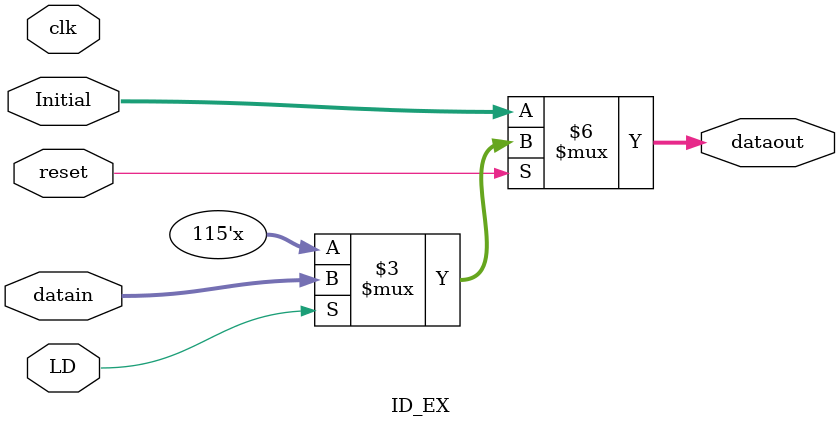
<source format=v>
`timescale 1ns / 1ps

module ID_EX(
    input clk,
    input LD,
    input reset,
    input [114:0] datain,
    
    input [114:0] Initial,
    
    output reg [114:0] dataout
    );
    // at every clock cycle check for reset or data module load
    always @(clk)
    begin
        if(!reset)
            dataout <= Initial;
        else
            if(LD)
                dataout <= datain;
    end
endmodule

</source>
